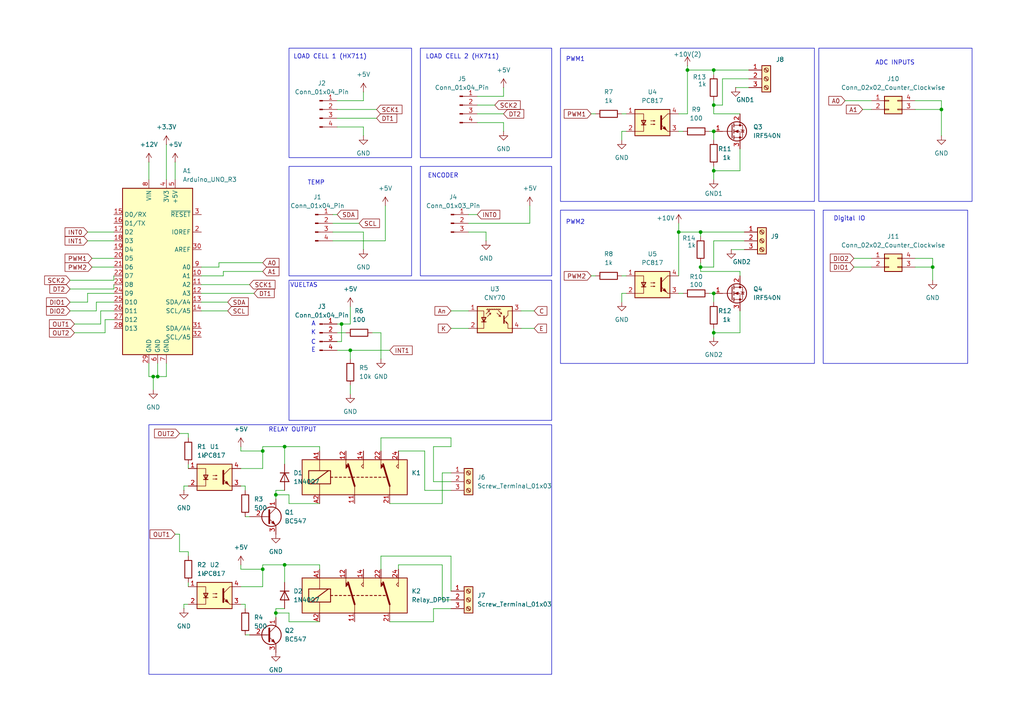
<source format=kicad_sch>
(kicad_sch (version 20231120) (generator "eeschema") (generator_version "8.0")
  (paper "A4")
  (lib_symbols
    (symbol "Connector:Conn_01x03_Pin" (pin_names (offset 1.016) hide)
      (property "Reference" "J" (at 0 5.08 0))
      (property "Value" "Conn_01x03_Pin" (at 0 -5.08 0))
      (symbol "Conn_01x03_Pin_1_1"
        (pin passive line (at 5.08 2.54 180) (length 3.81) (name "Pin_1") (number "1"))
        (pin passive line (at 5.08 0 180) (length 3.81) (name "Pin_2") (number "2"))
        (pin passive line (at 5.08 -2.54 180) (length 3.81) (name "Pin_3") (number "3"))
      )
    )
    (symbol "Connector:Conn_01x04_Pin" (pin_names (offset 1.016) hide)
      (property "Reference" "J" (at 0 5.08 0))
      (property "Value" "Conn_01x04_Pin" (at 0 -7.62 0))
      (symbol "Conn_01x04_Pin_1_1"
        (pin passive line (at 5.08 2.54 180) (length 3.81) (name "Pin_1") (number "1"))
        (pin passive line (at 5.08 0 180) (length 3.81) (name "Pin_2") (number "2"))
        (pin passive line (at 5.08 -2.54 180) (length 3.81) (name "Pin_3") (number "3"))
        (pin passive line (at 5.08 -5.08 180) (length 3.81) (name "Pin_4") (number "4"))
      )
    )
    (symbol "Connector:Screw_Terminal_01x03" (pin_names (offset 1.016) hide)
      (property "Reference" "J" (at 0 5.08 0))
      (property "Value" "Screw_Terminal_01x03" (at 0 -5.08 0))
      (symbol "Screw_Terminal_01x03_1_1"
        (pin passive line (at -5.08 2.54 0) (length 3.81) (name "Pin_1") (number "1"))
        (pin passive line (at -5.08 0 0) (length 3.81) (name "Pin_2") (number "2"))
        (pin passive line (at -5.08 -2.54 0) (length 3.81) (name "Pin_3") (number "3"))
      )
    )
    (symbol "Connector_Generic:Conn_02x02_Counter_Clockwise" (pin_names (offset 1.016) hide)
      (property "Reference" "J" (at 1.27 2.54 0))
      (property "Value" "Conn_02x02_Counter_Clockwise" (at 1.27 -5.08 0))
      (symbol "Conn_02x02_Counter_Clockwise_1_1"
        (pin passive line (at -5.08 0 0) (length 3.81) (name "Pin_1") (number "1"))
        (pin passive line (at -5.08 -2.54 0) (length 3.81) (name "Pin_2") (number "2"))
        (pin passive line (at 7.62 -2.54 180) (length 3.81) (name "Pin_3") (number "3"))
        (pin passive line (at 7.62 0 180) (length 3.81) (name "Pin_4") (number "4"))
      )
    )
    (symbol "Device:R" (pin_numbers hide) (pin_names (offset 0))
      (property "Reference" "R" (at 2.032 0 90))
      (property "Value" "R" (at 0 0 90))
      (symbol "R_1_1"
        (pin passive line (at 0 3.81 270) (length 1.27) (name "~") (number "1"))
        (pin passive line (at 0 -3.81 90) (length 1.27) (name "~") (number "2"))
      )
    )
    (symbol "Diode:1N4007" (pin_numbers hide) (pin_names hide)
      (property "Reference" "D" (at 0 2.54 0))
      (property "Value" "1N4007" (at 0 -2.54 0))
      (symbol "1N4007_1_1"
        (pin passive line (at -3.81 0 0) (length 2.54) (name "K") (number "1"))
        (pin passive line (at 3.81 0 180) (length 2.54) (name "A") (number "2"))
      )
    )
    (symbol "Isolator:PC817" (pin_names (offset 1.016))
      (property "Reference" "U" (at -5.08 5.08 0))
      (property "Value" "PC817" (at 0 5.08 0))
      (symbol "PC817_1_1"
        (pin passive line (at -7.62 2.54 0) (length 2.54) (name "~") (number "1"))
        (pin passive line (at -7.62 -2.54 0) (length 2.54) (name "~") (number "2"))
        (pin passive line (at 7.62 -2.54 180) (length 2.54) (name "~") (number "3"))
        (pin passive line (at 7.62 2.54 180) (length 2.54) (name "~") (number "4"))
      )
    )
    (symbol "MCU_Module:Arduino_UNO_R3"
      (property "Reference" "A" (at -10.16 23.495 0))
      (property "Value" "Arduino_UNO_R3" (at 5.08 -26.67 0))
      (symbol "Arduino_UNO_R3_1_1"
        (pin no_connect line (at -10.16 -20.32 0) (length 2.54) hide (name "NC") (number "1"))
        (pin bidirectional line (at 12.7 -2.54 180) (length 2.54) (name "A1") (number "10"))
        (pin bidirectional line (at 12.7 -5.08 180) (length 2.54) (name "A2") (number "11"))
        (pin bidirectional line (at 12.7 -7.62 180) (length 2.54) (name "A3") (number "12"))
        (pin bidirectional line (at 12.7 -10.16 180) (length 2.54) (name "SDA/A4") (number "13"))
        (pin bidirectional line (at 12.7 -12.7 180) (length 2.54) (name "SCL/A5") (number "14"))
        (pin bidirectional line (at -12.7 15.24 0) (length 2.54) (name "D0/RX") (number "15"))
        (pin bidirectional line (at -12.7 12.7 0) (length 2.54) (name "D1/TX") (number "16"))
        (pin bidirectional line (at -12.7 10.16 0) (length 2.54) (name "D2") (number "17"))
        (pin bidirectional line (at -12.7 7.62 0) (length 2.54) (name "D3") (number "18"))
        (pin bidirectional line (at -12.7 5.08 0) (length 2.54) (name "D4") (number "19"))
        (pin output line (at 12.7 10.16 180) (length 2.54) (name "IOREF") (number "2"))
        (pin bidirectional line (at -12.7 2.54 0) (length 2.54) (name "D5") (number "20"))
        (pin bidirectional line (at -12.7 0 0) (length 2.54) (name "D6") (number "21"))
        (pin bidirectional line (at -12.7 -2.54 0) (length 2.54) (name "D7") (number "22"))
        (pin bidirectional line (at -12.7 -5.08 0) (length 2.54) (name "D8") (number "23"))
        (pin bidirectional line (at -12.7 -7.62 0) (length 2.54) (name "D9") (number "24"))
        (pin bidirectional line (at -12.7 -10.16 0) (length 2.54) (name "D10") (number "25"))
        (pin bidirectional line (at -12.7 -12.7 0) (length 2.54) (name "D11") (number "26"))
        (pin bidirectional line (at -12.7 -15.24 0) (length 2.54) (name "D12") (number "27"))
        (pin bidirectional line (at -12.7 -17.78 0) (length 2.54) (name "D13") (number "28"))
        (pin power_in line (at -2.54 -27.94 90) (length 2.54) (name "GND") (number "29"))
        (pin input line (at 12.7 15.24 180) (length 2.54) (name "~{RESET}") (number "3"))
        (pin input line (at 12.7 5.08 180) (length 2.54) (name "AREF") (number "30"))
        (pin bidirectional line (at 12.7 -17.78 180) (length 2.54) (name "SDA/A4") (number "31"))
        (pin bidirectional line (at 12.7 -20.32 180) (length 2.54) (name "SCL/A5") (number "32"))
        (pin power_out line (at 2.54 25.4 270) (length 2.54) (name "3V3") (number "4"))
        (pin power_out line (at 5.08 25.4 270) (length 2.54) (name "+5V") (number "5"))
        (pin power_in line (at 0 -27.94 90) (length 2.54) (name "GND") (number "6"))
        (pin power_in line (at 2.54 -27.94 90) (length 2.54) (name "GND") (number "7"))
        (pin power_in line (at -2.54 25.4 270) (length 2.54) (name "VIN") (number "8"))
        (pin bidirectional line (at 12.7 0 180) (length 2.54) (name "A0") (number "9"))
      )
    )
    (symbol "Relay:Relay_DPDT"
      (property "Reference" "K" (at 16.51 3.81 0))
      (property "Value" "Relay_DPDT" (at 16.51 1.27 0))
      (symbol "Relay_DPDT_1_1"
        (pin passive line (at 0 -7.62 90) (length 2.54) (name "~") (number "11"))
        (pin passive line (at -2.54 7.62 270) (length 2.54) (name "~") (number "12"))
        (pin passive line (at 2.54 7.62 270) (length 2.54) (name "~") (number "14"))
        (pin passive line (at 10.16 -7.62 90) (length 2.54) (name "~") (number "21"))
        (pin passive line (at 7.62 7.62 270) (length 2.54) (name "~") (number "22"))
        (pin passive line (at 12.7 7.62 270) (length 2.54) (name "~") (number "24"))
        (pin passive line (at -10.16 7.62 270) (length 2.54) (name "~") (number "A1"))
        (pin passive line (at -10.16 -7.62 90) (length 2.54) (name "~") (number "A2"))
      )
    )
    (symbol "Sensor_Proximity:CNY70" (pin_names (offset 1.016) hide)
      (property "Reference" "U" (at -5.08 5.08 0))
      (property "Value" "CNY70" (at 5.08 5.08 0))
      (symbol "CNY70_1_1"
        (pin passive line (at -7.62 2.54 0) (length 2.54) (name "A") (number "1"))
        (pin passive line (at -7.62 -2.54 0) (length 2.54) (name "K") (number "2"))
        (pin open_collector line (at 7.62 2.54 180) (length 2.54) (name "C") (number "3"))
        (pin open_emitter line (at 7.62 -2.54 180) (length 2.54) (name "E") (number "4"))
      )
    )
    (symbol "Transistor_BJT:BC547" (pin_names (offset 0) hide)
      (property "Reference" "Q" (at 5.08 1.905 0))
      (property "Value" "BC547" (at 5.08 0 0))
      (symbol "BC547_1_1"
        (pin passive line (at 2.54 5.08 270) (length 2.54) (name "C") (number "1"))
        (pin input line (at -5.08 0 0) (length 5.08) (name "B") (number "2"))
        (pin passive line (at 2.54 -5.08 90) (length 2.54) (name "E") (number "3"))
      )
    )
    (symbol "Transistor_FET:IRF540N" (pin_names hide)
      (property "Reference" "Q" (at 5.08 1.905 0))
      (property "Value" "IRF540N" (at 5.08 0 0))
      (symbol "IRF540N_1_1"
        (pin input line (at -5.08 0 0) (length 2.54) (name "G") (number "1"))
        (pin passive line (at 2.54 5.08 270) (length 2.54) (name "D") (number "2"))
        (pin passive line (at 2.54 -5.08 90) (length 2.54) (name "S") (number "3"))
      )
    )
    (symbol "power:+10V" (power) (pin_numbers hide) (pin_names (offset 0) hide)
      (property "Value" "+10V" (at 0 3.556 0))
      (symbol "+10V_1_1"
        (pin power_in line (at 0 0 90) (length 0) (name "~") (number "1"))
      )
    )
    (symbol "power:+12V" (power) (pin_numbers hide) (pin_names (offset 0) hide)
      (property "Value" "+12V" (at 0 3.556 0))
      (symbol "+12V_1_1"
        (pin power_in line (at 0 0 90) (length 0) (name "~") (number "1"))
      )
    )
    (symbol "power:+3.3V" (power) (pin_numbers hide) (pin_names (offset 0) hide)
      (property "Value" "+3.3V" (at 0 3.556 0))
      (symbol "+3.3V_1_1"
        (pin power_in line (at 0 0 90) (length 0) (name "~") (number "1"))
      )
    )
    (symbol "power:+5V" (power) (pin_numbers hide) (pin_names (offset 0) hide)
      (property "Value" "+5V" (at 0 3.556 0))
      (symbol "+5V_1_1"
        (pin power_in line (at 0 0 90) (length 0) (name "~") (number "1"))
      )
    )
    (symbol "power:GND" (power) (pin_numbers hide) (pin_names (offset 0) hide)
      (property "Value" "GND" (at 0 -3.81 0))
      (symbol "GND_1_1"
        (pin power_in line (at 0 0 270) (length 0) (name "~") (number "1"))
      )
    )
    (symbol "power:GND1" (power) (pin_numbers hide) (pin_names (offset 0) hide)
      (property "Value" "GND1" (at 0 -3.81 0))
      (symbol "GND1_1_1"
        (pin power_in line (at 0 0 270) (length 0) (name "~") (number "1"))
      )
    )
    (symbol "power:GND2" (power) (pin_numbers hide) (pin_names (offset 0) hide)
      (property "Value" "GND2" (at 0 -3.81 0))
      (symbol "GND2_1_1"
        (pin power_in line (at 0 0 270) (length 0) (name "~") (number "1"))
      )
    )
  )
  (junction (at 207.01 30.48))
  (junction (at 80.01 143.51))
  (junction (at 45.72 109.22))
  (junction (at 207.01 38.1))
  (junction (at 199.39 20.32))
  (junction (at 207.01 20.32))
  (junction (at 82.55 129.54))
  (junction (at 207.01 96.52))
  (junction (at 82.55 163.83))
  (junction (at 76.2 165.1))
  (junction (at 203.2 67.31))
  (junction (at 76.2 130.81))
  (junction (at 44.45 109.22))
  (junction (at 207.01 85.09))
  (junction (at 80.01 177.8))
  (junction (at 203.2 77.47))
  (junction (at 101.6 101.6))
  (junction (at 273.05 31.75))
  (junction (at 196.85 67.31))
  (junction (at 270.51 77.47))
  (junction (at 99.06 93.98))
  (junction (at 207.01 49.53))
  (wire (pts (xy 209.55 30.48) (xy 207.01 30.48)))
  (wire (pts (xy 33.02 81.28) (xy 33.02 80.01)))
  (wire (pts (xy 97.79 99.06) (xy 99.06 99.06)))
  (wire (pts (xy 265.43 77.47) (xy 270.51 77.47)))
  (wire (pts (xy 45.72 109.22) (xy 48.26 109.22)))
  (wire (pts (xy 205.74 38.1) (xy 207.01 38.1)))
  (wire (pts (xy 130.81 127) (xy 130.81 129.54)))
  (wire (pts (xy 80.01 143.51) (xy 80.01 142.24)))
  (wire (pts (xy 29.21 90.17) (xy 33.02 90.17)))
  (wire (pts (xy 265.43 31.75) (xy 273.05 31.75)))
  (wire (pts (xy 76.2 130.81) (xy 76.2 129.54)))
  (wire (pts (xy 214.63 78.74) (xy 214.63 80.01)))
  (wire (pts (xy 180.34 80.01) (xy 181.61 80.01)))
  (wire (pts (xy 20.32 81.28) (xy 33.02 81.28)))
  (wire (pts (xy 54.61 168.91) (xy 54.61 170.18)))
  (wire (pts (xy 58.42 82.55) (xy 72.39 82.55)))
  (wire (pts (xy 207.01 85.09) (xy 207.01 87.63)))
  (wire (pts (xy 130.81 90.17) (xy 135.89 90.17)))
  (wire (pts (xy 50.8 154.94) (xy 52.07 154.94)))
  (wire (pts (xy 54.61 125.73) (xy 54.61 127)))
  (wire (pts (xy 69.85 165.1) (xy 76.2 165.1)))
  (wire (pts (xy 265.43 29.21) (xy 273.05 29.21)))
  (wire (pts (xy 151.13 90.17) (xy 154.94 90.17)))
  (wire (pts (xy 97.79 34.29) (xy 109.22 34.29)))
  (wire (pts (xy 83.82 180.34) (xy 83.82 177.8)))
  (wire (pts (xy 130.81 95.25) (xy 135.89 95.25)))
  (wire (pts (xy 171.45 80.01) (xy 172.72 80.01)))
  (wire (pts (xy 83.82 146.05) (xy 83.82 143.51)))
  (wire (pts (xy 138.43 30.48) (xy 143.51 30.48)))
  (wire (pts (xy 97.79 31.75) (xy 109.22 31.75)))
  (wire (pts (xy 215.9 69.85) (xy 207.01 69.85)))
  (wire (pts (xy 69.85 135.89) (xy 76.2 135.89)))
  (wire (pts (xy 123.19 130.81) (xy 123.19 142.24)))
  (wire (pts (xy 214.63 96.52) (xy 207.01 96.52)))
  (wire (pts (xy 105.41 36.83) (xy 105.41 39.37)))
  (wire (pts (xy 50.8 46.99) (xy 50.8 52.07)))
  (wire (pts (xy 207.01 20.32) (xy 207.01 21.59)))
  (wire (pts (xy 199.39 19.05) (xy 199.39 20.32)))
  (wire (pts (xy 217.17 22.86) (xy 209.55 22.86)))
  (wire (pts (xy 92.71 129.54) (xy 92.71 130.81)))
  (wire (pts (xy 138.43 27.94) (xy 146.05 27.94)))
  (wire (pts (xy 203.2 68.58) (xy 203.2 67.31)))
  (wire (pts (xy 273.05 31.75) (xy 273.05 39.37)))
  (wire (pts (xy 97.79 96.52) (xy 100.33 96.52)))
  (wire (pts (xy 96.52 67.31) (xy 105.41 67.31)))
  (wire (pts (xy 76.2 135.89) (xy 76.2 130.81)))
  (wire (pts (xy 71.12 140.97) (xy 69.85 140.97)))
  (wire (pts (xy 110.49 127) (xy 130.81 127)))
  (wire (pts (xy 97.79 101.6) (xy 101.6 101.6)))
  (wire (pts (xy 128.27 173.99) (xy 130.81 173.99)))
  (wire (pts (xy 135.89 67.31) (xy 140.97 67.31)))
  (wire (pts (xy 58.42 90.17) (xy 66.04 90.17)))
  (wire (pts (xy 26.67 74.93) (xy 33.02 74.93)))
  (wire (pts (xy 250.19 31.75) (xy 252.73 31.75)))
  (wire (pts (xy 247.65 74.93) (xy 252.73 74.93)))
  (wire (pts (xy 135.89 64.77) (xy 153.67 64.77)))
  (wire (pts (xy 105.41 67.31) (xy 105.41 72.39)))
  (wire (pts (xy 130.81 161.29) (xy 130.81 171.45)))
  (wire (pts (xy 25.4 85.09) (xy 33.02 85.09)))
  (wire (pts (xy 26.67 77.47) (xy 33.02 77.47)))
  (wire (pts (xy 25.4 87.63) (xy 25.4 85.09)))
  (wire (pts (xy 207.01 38.1) (xy 207.01 40.64)))
  (wire (pts (xy 96.52 64.77) (xy 104.14 64.77)))
  (wire (pts (xy 214.63 90.17) (xy 214.63 96.52)))
  (wire (pts (xy 203.2 67.31) (xy 215.9 67.31)))
  (wire (pts (xy 217.17 25.4) (xy 213.36 25.4)))
  (wire (pts (xy 115.57 163.83) (xy 128.27 163.83)))
  (wire (pts (xy 101.6 93.98) (xy 101.6 88.9)))
  (wire (pts (xy 207.01 48.26) (xy 207.01 49.53)))
  (wire (pts (xy 30.48 96.52) (xy 30.48 92.71)))
  (wire (pts (xy 53.34 140.97) (xy 53.34 142.24)))
  (wire (pts (xy 180.34 38.1) (xy 180.34 40.64)))
  (wire (pts (xy 54.61 175.26) (xy 53.34 175.26)))
  (wire (pts (xy 80.01 177.8) (xy 80.01 176.53)))
  (wire (pts (xy 110.49 161.29) (xy 130.81 161.29)))
  (wire (pts (xy 128.27 137.16) (xy 130.81 137.16)))
  (wire (pts (xy 52.07 125.73) (xy 54.61 125.73)))
  (wire (pts (xy 151.13 95.25) (xy 154.94 95.25)))
  (wire (pts (xy 54.61 134.62) (xy 54.61 135.89)))
  (wire (pts (xy 207.01 20.32) (xy 217.17 20.32)))
  (wire (pts (xy 83.82 143.51) (xy 80.01 143.51)))
  (wire (pts (xy 113.03 146.05) (xy 128.27 146.05)))
  (wire (pts (xy 135.89 62.23) (xy 138.43 62.23)))
  (wire (pts (xy 205.74 85.09) (xy 207.01 85.09)))
  (wire (pts (xy 140.97 67.31) (xy 140.97 69.85)))
  (wire (pts (xy 71.12 140.97) (xy 71.12 142.24)))
  (wire (pts (xy 101.6 111.76) (xy 101.6 114.3)))
  (wire (pts (xy 180.34 33.02) (xy 181.61 33.02)))
  (wire (pts (xy 146.05 35.56) (xy 146.05 38.1)))
  (wire (pts (xy 181.61 38.1) (xy 180.34 38.1)))
  (wire (pts (xy 110.49 130.81) (xy 110.49 127)))
  (wire (pts (xy 45.72 105.41) (xy 45.72 109.22)))
  (wire (pts (xy 203.2 77.47) (xy 203.2 78.74)))
  (wire (pts (xy 125.73 176.53) (xy 125.73 180.34)))
  (wire (pts (xy 52.07 154.94) (xy 52.07 160.02)))
  (wire (pts (xy 153.67 64.77) (xy 153.67 59.69)))
  (wire (pts (xy 196.85 67.31) (xy 196.85 80.01)))
  (wire (pts (xy 111.76 69.85) (xy 111.76 59.69)))
  (wire (pts (xy 83.82 177.8) (xy 80.01 177.8)))
  (wire (pts (xy 82.55 129.54) (xy 82.55 134.62)))
  (wire (pts (xy 99.06 99.06) (xy 99.06 93.98)))
  (wire (pts (xy 180.34 85.09) (xy 180.34 87.63)))
  (wire (pts (xy 64.77 78.74) (xy 76.2 78.74)))
  (wire (pts (xy 199.39 20.32) (xy 207.01 20.32)))
  (wire (pts (xy 69.85 163.83) (xy 69.85 165.1)))
  (wire (pts (xy 43.18 46.99) (xy 43.18 52.07)))
  (wire (pts (xy 53.34 175.26) (xy 53.34 176.53)))
  (wire (pts (xy 110.49 96.52) (xy 107.95 96.52)))
  (wire (pts (xy 245.11 29.21) (xy 252.73 29.21)))
  (wire (pts (xy 203.2 77.47) (xy 203.2 76.2)))
  (wire (pts (xy 92.71 146.05) (xy 83.82 146.05)))
  (wire (pts (xy 80.01 144.78) (xy 80.01 143.51)))
  (wire (pts (xy 54.61 160.02) (xy 54.61 161.29)))
  (wire (pts (xy 99.06 93.98) (xy 101.6 93.98)))
  (wire (pts (xy 125.73 139.7) (xy 130.81 139.7)))
  (wire (pts (xy 76.2 170.18) (xy 76.2 165.1)))
  (wire (pts (xy 72.39 149.86) (xy 71.12 149.86)))
  (wire (pts (xy 96.52 69.85) (xy 111.76 69.85)))
  (wire (pts (xy 43.18 109.22) (xy 44.45 109.22)))
  (wire (pts (xy 21.59 96.52) (xy 30.48 96.52)))
  (wire (pts (xy 71.12 175.26) (xy 71.12 176.53)))
  (wire (pts (xy 76.2 165.1) (xy 76.2 163.83)))
  (wire (pts (xy 48.26 41.91) (xy 48.26 52.07)))
  (wire (pts (xy 128.27 163.83) (xy 128.27 173.99)))
  (wire (pts (xy 203.2 78.74) (xy 214.63 78.74)))
  (wire (pts (xy 265.43 74.93) (xy 270.51 74.93)))
  (wire (pts (xy 20.32 90.17) (xy 27.94 90.17)))
  (wire (pts (xy 196.85 64.77) (xy 196.85 67.31)))
  (wire (pts (xy 207.01 95.25) (xy 207.01 96.52)))
  (wire (pts (xy 69.85 130.81) (xy 76.2 130.81)))
  (wire (pts (xy 110.49 165.1) (xy 110.49 161.29)))
  (wire (pts (xy 92.71 180.34) (xy 83.82 180.34)))
  (wire (pts (xy 82.55 163.83) (xy 82.55 168.91)))
  (wire (pts (xy 76.2 129.54) (xy 82.55 129.54)))
  (wire (pts (xy 115.57 165.1) (xy 115.57 163.83)))
  (wire (pts (xy 130.81 129.54) (xy 125.73 129.54)))
  (wire (pts (xy 63.5 76.2) (xy 76.2 76.2)))
  (wire (pts (xy 96.52 62.23) (xy 97.79 62.23)))
  (wire (pts (xy 273.05 29.21) (xy 273.05 31.75)))
  (wire (pts (xy 58.42 77.47) (xy 63.5 77.47)))
  (wire (pts (xy 196.85 33.02) (xy 199.39 33.02)))
  (wire (pts (xy 29.21 93.98) (xy 29.21 90.17)))
  (wire (pts (xy 110.49 96.52) (xy 110.49 104.14)))
  (wire (pts (xy 69.85 170.18) (xy 76.2 170.18)))
  (wire (pts (xy 138.43 35.56) (xy 146.05 35.56)))
  (wire (pts (xy 171.45 33.02) (xy 172.72 33.02)))
  (wire (pts (xy 97.79 29.21) (xy 105.41 29.21)))
  (wire (pts (xy 207.01 30.48) (xy 207.01 29.21)))
  (wire (pts (xy 25.4 69.85) (xy 33.02 69.85)))
  (wire (pts (xy 113.03 180.34) (xy 125.73 180.34)))
  (wire (pts (xy 115.57 130.81) (xy 123.19 130.81)))
  (wire (pts (xy 54.61 140.97) (xy 53.34 140.97)))
  (wire (pts (xy 101.6 101.6) (xy 101.6 104.14)))
  (wire (pts (xy 82.55 163.83) (xy 92.71 163.83)))
  (wire (pts (xy 21.59 93.98) (xy 29.21 93.98)))
  (wire (pts (xy 44.45 109.22) (xy 44.45 113.03)))
  (wire (pts (xy 196.85 67.31) (xy 203.2 67.31)))
  (wire (pts (xy 58.42 80.01) (xy 64.77 80.01)))
  (wire (pts (xy 20.32 83.82) (xy 33.02 83.82)))
  (wire (pts (xy 27.94 90.17) (xy 27.94 87.63)))
  (wire (pts (xy 58.42 87.63) (xy 66.04 87.63)))
  (wire (pts (xy 146.05 27.94) (xy 146.05 25.4)))
  (wire (pts (xy 52.07 160.02) (xy 54.61 160.02)))
  (wire (pts (xy 247.65 77.47) (xy 252.73 77.47)))
  (wire (pts (xy 125.73 129.54) (xy 125.73 139.7)))
  (wire (pts (xy 105.41 29.21) (xy 105.41 26.67)))
  (wire (pts (xy 25.4 67.31) (xy 33.02 67.31)))
  (wire (pts (xy 27.94 87.63) (xy 33.02 87.63)))
  (wire (pts (xy 138.43 33.02) (xy 146.05 33.02)))
  (wire (pts (xy 196.85 38.1) (xy 198.12 38.1)))
  (wire (pts (xy 207.01 30.48) (xy 207.01 33.02)))
  (wire (pts (xy 207.01 49.53) (xy 207.01 52.07)))
  (wire (pts (xy 92.71 163.83) (xy 92.71 165.1)))
  (wire (pts (xy 181.61 85.09) (xy 180.34 85.09)))
  (wire (pts (xy 196.85 85.09) (xy 198.12 85.09)))
  (wire (pts (xy 215.9 72.39) (xy 212.09 72.39)))
  (wire (pts (xy 20.32 87.63) (xy 25.4 87.63)))
  (wire (pts (xy 199.39 20.32) (xy 199.39 33.02)))
  (wire (pts (xy 48.26 105.41) (xy 48.26 109.22)))
  (wire (pts (xy 128.27 146.05) (xy 128.27 137.16)))
  (wire (pts (xy 203.2 77.47) (xy 207.01 77.47)))
  (wire (pts (xy 270.51 74.93) (xy 270.51 77.47)))
  (wire (pts (xy 97.79 93.98) (xy 99.06 93.98)))
  (wire (pts (xy 123.19 142.24) (xy 130.81 142.24)))
  (wire (pts (xy 71.12 175.26) (xy 69.85 175.26)))
  (wire (pts (xy 101.6 101.6) (xy 113.03 101.6)))
  (wire (pts (xy 80.01 176.53) (xy 82.55 176.53)))
  (wire (pts (xy 58.42 85.09) (xy 73.66 85.09)))
  (wire (pts (xy 209.55 22.86) (xy 209.55 30.48)))
  (wire (pts (xy 214.63 43.18) (xy 214.63 49.53)))
  (wire (pts (xy 64.77 80.01) (xy 64.77 78.74)))
  (wire (pts (xy 270.51 77.47) (xy 270.51 81.28)))
  (wire (pts (xy 80.01 179.07) (xy 80.01 177.8)))
  (wire (pts (xy 80.01 142.24) (xy 82.55 142.24)))
  (wire (pts (xy 82.55 129.54) (xy 92.71 129.54)))
  (wire (pts (xy 207.01 96.52) (xy 207.01 97.79)))
  (wire (pts (xy 43.18 105.41) (xy 43.18 109.22)))
  (wire (pts (xy 69.85 129.54) (xy 69.85 130.81)))
  (wire (pts (xy 63.5 77.47) (xy 63.5 76.2)))
  (wire (pts (xy 207.01 69.85) (xy 207.01 77.47)))
  (wire (pts (xy 44.45 109.22) (xy 45.72 109.22)))
  (wire (pts (xy 207.01 33.02) (xy 214.63 33.02)))
  (wire (pts (xy 72.39 184.15) (xy 71.12 184.15)))
  (wire (pts (xy 97.79 36.83) (xy 105.41 36.83)))
  (wire (pts (xy 76.2 163.83) (xy 82.55 163.83)))
  (wire (pts (xy 125.73 176.53) (xy 130.81 176.53)))
  (wire (pts (xy 33.02 83.82) (xy 33.02 82.55)))
  (wire (pts (xy 214.63 49.53) (xy 207.01 49.53)))
  (wire (pts (xy 30.48 92.71) (xy 33.02 92.71)))
  (rectangle (start 83.82 81.28) (end 160.02 121.92))
  (rectangle (start 83.82 48.26) (end 119.38 80.01))
  (rectangle (start 162.56 13.97) (end 236.22 58.42))
  (rectangle (start 237.49 13.97) (end 281.94 58.42))
  (rectangle (start 162.56 60.96) (end 236.22 105.41))
  (rectangle (start 83.82 13.97) (end 119.38 45.72))
  (rectangle (start 121.92 13.97) (end 160.02 45.72))
  (rectangle (start 121.92 48.26) (end 160.02 80.01))
  (rectangle (start 238.76 60.96) (end 280.67 105.41))
  (rectangle (start 43.18 123.19) (end 160.02 195.58))
  (text "A" (at 90.932 93.98 0) (effects (font (size 1.27 1.27))))
  (text "C" (at 90.932 99.314 0) (effects (font (size 1.27 1.27))))
  (text "ADC INPUTS" (at 259.588 18.288 0) (effects (font (size 1.27 1.27))))
  (text "TEMP\n" (at 91.694 53.086 0) (effects (font (size 1.27 1.27))))
  (text "VUELTAS\n" (at 88.138 82.804 0) (effects (font (size 1.27 1.27))))
  (text "RELAY OUTPUT\n" (at 84.836 124.714 0) (effects (font (size 1.27 1.27))))
  (text "PWM2\n" (at 166.878 64.516 0) (effects (font (size 1.27 1.27))))
  (text "Digital IO" (at 246.38 63.5 0) (effects (font (size 1.27 1.27))))
  (text "K\n" (at 90.932 96.52 0) (effects (font (size 1.27 1.27))))
  (text "LOAD CELL 2 (HX711)\n" (at 134.112 16.51 0) (effects (font (size 1.27 1.27))))
  (text "E" (at 90.932 101.6 0) (effects (font (size 1.27 1.27))))
  (text "LOAD CELL 1 (HX711)\n" (at 95.758 16.51 0) (effects (font (size 1.27 1.27))))
  (text "PWM1" (at 166.878 17.272 0) (effects (font (size 1.27 1.27))))
  (text "ENCODER\n" (at 128.524 51.054 0) (effects (font (size 1.27 1.27))))
  (global_label "DT1" (shape input) (at 73.66 85.09 0) (property "Intersheetrefs" "${INTERSHEET_REFS}" (effects (hide yes))))
  (global_label "INT0" (shape input) (at 138.43 62.23 0) (property "Intersheetrefs" "${INTERSHEET_REFS}" (effects (hide yes))))
  (global_label "SDA" (shape input) (at 97.79 62.23 0) (property "Intersheetrefs" "${INTERSHEET_REFS}" (effects (hide yes))))
  (global_label "SCK1" (shape input) (at 72.39 82.55 0) (property "Intersheetrefs" "${INTERSHEET_REFS}" (effects (hide yes))))
  (global_label "PWM2" (shape input) (at 26.67 77.47 180) (property "Intersheetrefs" "${INTERSHEET_REFS}" (effects (hide yes))))
  (global_label "DIO2" (shape input) (at 20.32 90.17 180) (property "Intersheetrefs" "${INTERSHEET_REFS}" (effects (hide yes))))
  (global_label "SDA" (shape input) (at 66.04 87.63 0) (property "Intersheetrefs" "${INTERSHEET_REFS}" (effects (hide yes))))
  (global_label "E" (shape input) (at 154.94 95.25 0) (property "Intersheetrefs" "${INTERSHEET_REFS}" (effects (hide yes))))
  (global_label "A0" (shape input) (at 76.2 76.2 0) (property "Intersheetrefs" "${INTERSHEET_REFS}" (effects (hide yes))))
  (global_label "DT2" (shape input) (at 146.05 33.02 0) (property "Intersheetrefs" "${INTERSHEET_REFS}" (effects (hide yes))))
  (global_label "An" (shape input) (at 130.81 90.17 180) (property "Intersheetrefs" "${INTERSHEET_REFS}" (effects (hide yes))))
  (global_label "K" (shape input) (at 130.81 95.25 180) (property "Intersheetrefs" "${INTERSHEET_REFS}" (effects (hide yes))))
  (global_label "DT2" (shape input) (at 20.32 83.82 180) (property "Intersheetrefs" "${INTERSHEET_REFS}" (effects (hide yes))))
  (global_label "DIO2" (shape input) (at 247.65 74.93 180) (property "Intersheetrefs" "${INTERSHEET_REFS}" (effects (hide yes))))
  (global_label "DIO1" (shape input) (at 247.65 77.47 180) (property "Intersheetrefs" "${INTERSHEET_REFS}" (effects (hide yes))))
  (global_label "DIO1" (shape input) (at 20.32 87.63 180) (property "Intersheetrefs" "${INTERSHEET_REFS}" (effects (hide yes))))
  (global_label "SCL" (shape input) (at 104.14 64.77 0) (property "Intersheetrefs" "${INTERSHEET_REFS}" (effects (hide yes))))
  (global_label "PWM2" (shape input) (at 171.45 80.01 180) (property "Intersheetrefs" "${INTERSHEET_REFS}" (effects (hide yes))))
  (global_label "PWM1" (shape input) (at 171.45 33.02 180) (property "Intersheetrefs" "${INTERSHEET_REFS}" (effects (hide yes))))
  (global_label "SCK2" (shape input) (at 20.32 81.28 180) (property "Intersheetrefs" "${INTERSHEET_REFS}" (effects (hide yes))))
  (global_label "A1" (shape input) (at 250.19 31.75 180) (property "Intersheetrefs" "${INTERSHEET_REFS}" (effects (hide yes))))
  (global_label "INT0" (shape input) (at 25.4 67.31 180) (property "Intersheetrefs" "${INTERSHEET_REFS}" (effects (hide yes))))
  (global_label "DT1" (shape input) (at 109.22 34.29 0) (property "Intersheetrefs" "${INTERSHEET_REFS}" (effects (hide yes))))
  (global_label "INT1" (shape input) (at 113.03 101.6 0) (property "Intersheetrefs" "${INTERSHEET_REFS}" (effects (hide yes))))
  (global_label "OUT1" (shape input) (at 21.59 93.98 180) (property "Intersheetrefs" "${INTERSHEET_REFS}" (effects (hide yes))))
  (global_label "OUT2" (shape input) (at 52.07 125.73 180) (property "Intersheetrefs" "${INTERSHEET_REFS}" (effects (hide yes))))
  (global_label "OUT2" (shape input) (at 21.59 96.52 180) (property "Intersheetrefs" "${INTERSHEET_REFS}" (effects (hide yes))))
  (global_label "C" (shape input) (at 154.94 90.17 0) (property "Intersheetrefs" "${INTERSHEET_REFS}" (effects (hide yes))))
  (global_label "A1" (shape input) (at 76.2 78.74 0) (property "Intersheetrefs" "${INTERSHEET_REFS}" (effects (hide yes))))
  (global_label "PWM1" (shape input) (at 26.67 74.93 180) (property "Intersheetrefs" "${INTERSHEET_REFS}" (effects (hide yes))))
  (global_label "SCL" (shape input) (at 66.04 90.17 0) (property "Intersheetrefs" "${INTERSHEET_REFS}" (effects (hide yes))))
  (global_label "INT1" (shape input) (at 25.4 69.85 180) (property "Intersheetrefs" "${INTERSHEET_REFS}" (effects (hide yes))))
  (global_label "SCK1" (shape input) (at 109.22 31.75 0) (property "Intersheetrefs" "${INTERSHEET_REFS}" (effects (hide yes))))
  (global_label "A0" (shape input) (at 245.11 29.21 180) (property "Intersheetrefs" "${INTERSHEET_REFS}" (effects (hide yes))))
  (global_label "SCK2" (shape input) (at 143.51 30.48 0) (property "Intersheetrefs" "${INTERSHEET_REFS}" (effects (hide yes))))
  (global_label "OUT1" (shape input) (at 50.8 154.94 180) (property "Intersheetrefs" "${INTERSHEET_REFS}" (effects (hide yes))))
  (symbol (lib_id "power:GND") (at 53.34 176.53 0) (unit 1)
    (property "Reference" "#PWR06" (effects (hide yes)))
    (property "Value" "GND" (at 53.34 181.61 0))
    (property "Description" "Power symbol creates a global label with name \"GND\" , ground" (effects (hide yes)))
  )
  (symbol (lib_id "power:GND2") (at 207.01 97.79 0) (unit 1)
    (property "Reference" "#PWR027" (effects (hide yes)))
    (property "Value" "GND2" (at 207.01 102.87 0))
    (property "Description" "Power symbol creates a global label with name \"GND2\" , ground" (effects (hide yes)))
  )
  (symbol (lib_id "power:+5V") (at 101.6 88.9 0) (unit 1)
    (property "Reference" "#PWR011" (effects (hide yes)))
    (property "Value" "+5V" (at 101.6 83.82 0))
    (property "Description" "Power symbol creates a global label with name \"+5V\"" (effects (hide yes)))
  )
  (symbol (lib_id "power:GND") (at 44.45 113.03 0) (unit 1)
    (property "Reference" "#PWR02" (effects (hide yes)))
    (property "Value" "GND" (at 44.45 118.11 0))
    (property "Description" "Power symbol creates a global label with name \"GND\" , ground" (effects (hide yes)))
  )
  (symbol (lib_id "Device:R") (at 54.61 165.1 180) (unit 1)
    (property "Reference" "R2" (at 57.15 163.8299 0) (effects (justify right)))
    (property "Value" "1k" (at 57.15 166.3699 0) (effects (justify right)))
    (property "Footprint" "Resistor_THT:R_Axial_DIN0207_L6.3mm_D2.5mm_P7.62mm_Horizontal" (effects (hide yes)))
    (property "Description" "Resistor" (effects (hide yes)))
  )
  (symbol (lib_id "Connector:Conn_01x04_Pin") (at 92.71 96.52 0) (unit 1)
    (property "Reference" "J3" (at 93.345 88.9 0))
    (property "Value" "Conn_01x04_Pin" (at 93.345 91.44 0))
    (property "Footprint" "Connector_Molex:Molex_KK-254_AE-6410-04A_1x04_P2.54mm_Vertical" (effects (hide yes)))
    (property "Description" "Generic connector, single row, 01x04, script generated" (effects (hide yes)))
  )
  (symbol (lib_id "power:+5V") (at 111.76 59.69 0) (unit 1)
    (property "Reference" "#PWR017" (effects (hide yes)))
    (property "Value" "+5V" (at 111.76 54.61 0))
    (property "Description" "Power symbol creates a global label with name \"+5V\"" (effects (hide yes)))
  )
  (symbol (lib_id "power:+10V") (at 196.85 64.77 0) (unit 1)
    (property "Reference" "#PWR025" (effects (hide yes)))
    (property "Value" "+10V" (at 193.04 63.246 0))
    (property "Description" "Power symbol creates a global label with name \"+10V\"" (effects (hide yes)))
  )
  (symbol (lib_id "Device:R") (at 104.14 96.52 270) (unit 1)
    (property "Reference" "R6" (at 104.14 90.17 90))
    (property "Value" "100" (at 104.14 92.71 90))
    (property "Footprint" "Resistor_THT:R_Axial_DIN0207_L6.3mm_D2.5mm_P7.62mm_Horizontal" (effects (hide yes)))
    (property "Description" "Resistor" (effects (hide yes)))
  )
  (symbol (lib_id "Device:R") (at 203.2 72.39 180) (unit 1)
    (property "Reference" "R14" (at 197.866 69.088 0) (effects (justify right)))
    (property "Value" "1k" (at 199.39 71.12 0) (effects (justify right)))
    (property "Footprint" "Resistor_THT:R_Axial_DIN0207_L6.3mm_D2.5mm_P7.62mm_Horizontal" (effects (hide yes)))
    (property "Description" "Resistor" (effects (hide yes)))
  )
  (symbol (lib_id "Device:R") (at 71.12 180.34 180) (unit 1)
    (property "Reference" "R4" (at 73.66 179.0699 0) (effects (justify right)))
    (property "Value" "500" (at 73.66 181.6099 0) (effects (justify right)))
    (property "Footprint" "Resistor_THT:R_Axial_DIN0207_L6.3mm_D2.5mm_P7.62mm_Horizontal" (effects (hide yes)))
    (property "Description" "Resistor" (effects (hide yes)))
  )
  (symbol (lib_id "power:GND") (at 53.34 142.24 0) (unit 1)
    (property "Reference" "#PWR05" (effects (hide yes)))
    (property "Value" "GND" (at 53.34 147.32 0))
    (property "Description" "Power symbol creates a global label with name \"GND\" , ground" (effects (hide yes)))
  )
  (symbol (lib_id "Connector:Screw_Terminal_01x03") (at 135.89 139.7 0) (unit 1)
    (property "Reference" "J6" (at 138.43 138.4299 0) (effects (justify left)))
    (property "Value" "Screw_Terminal_01x03" (at 138.43 140.9699 0) (effects (justify left)))
    (property "Footprint" "TerminalBlock:TerminalBlock_Altech_AK300-3_P5.00mm" (effects (hide yes)))
    (property "Description" "Generic screw terminal, single row, 01x03, script generated (kicad-library-utils/schlib/autogen/connector/)" (effects (hide yes)))
  )
  (symbol (lib_id "Relay:Relay_DPDT") (at 102.87 172.72 0) (unit 1)
    (property "Reference" "K2" (at 119.38 171.4499 0) (effects (justify left)))
    (property "Value" "Relay_DPDT" (at 119.38 173.9899 0) (effects (justify left)))
    (property "Footprint" "Relay_THT:Relay_DPDT_Omron_G6A" (effects (hide yes)))
    (property "Description" "Relay DPDT, monostable, EN50005" (effects (hide yes)))
  )
  (symbol (lib_id "Isolator:PC817") (at 189.23 35.56 0) (unit 1)
    (property "Reference" "U4" (at 189.23 26.67 0))
    (property "Value" "PC817" (at 189.23 29.21 0))
    (property "Footprint" "Package_DIP:DIP-4_W7.62mm" (effects (hide yes)))
    (property "Datasheet" "http://www.soselectronic.cz/a_info/resource/d/pc817.pdf" (effects (hide yes)))
    (property "Description" "DC Optocoupler, Vce 35V, CTR 50-300%, DIP-4" (effects (hide yes)))
  )
  (symbol (lib_id "power:GND") (at 180.34 40.64 0) (unit 1)
    (property "Reference" "#PWR022" (effects (hide yes)))
    (property "Value" "GND" (at 180.34 45.72 0))
    (property "Description" "Power symbol creates a global label with name \"GND\" , ground" (effects (hide yes)))
  )
  (symbol (lib_id "Device:R") (at 54.61 130.81 180) (unit 1)
    (property "Reference" "R1" (at 57.15 129.5399 0) (effects (justify right)))
    (property "Value" "1k" (at 57.15 132.0799 0) (effects (justify right)))
    (property "Footprint" "Resistor_THT:R_Axial_DIN0207_L6.3mm_D2.5mm_P7.62mm_Horizontal" (effects (hide yes)))
    (property "Description" "Resistor" (effects (hide yes)))
  )
  (symbol (lib_id "Device:R") (at 207.01 25.4 180) (unit 1)
    (property "Reference" "R13" (at 200.914 22.352 0) (effects (justify right)))
    (property "Value" "1k" (at 202.438 24.384 0) (effects (justify right)))
    (property "Footprint" "Resistor_THT:R_Axial_DIN0207_L6.3mm_D2.5mm_P7.62mm_Horizontal" (effects (hide yes)))
    (property "Description" "Resistor" (effects (hide yes)))
  )
  (symbol (lib_id "MCU_Module:Arduino_UNO_R3") (at 45.72 77.47 0) (unit 1)
    (property "Reference" "A1" (at 52.9941 49.53 0) (effects (justify left)))
    (property "Value" "Arduino_UNO_R3" (at 52.9941 52.07 0) (effects (justify left)))
    (property "Footprint" "Module:Arduino_UNO_R3" (effects (hide yes)))
    (property "Datasheet" "https://www.arduino.cc/en/Main/arduinoBoardUno" (effects (hide yes)))
    (property "Description" "Arduino UNO Microcontroller Module, release 3" (effects (hide yes)))
  )
  (symbol (lib_id "power:GND2") (at 212.09 72.39 0) (unit 1)
    (property "Reference" "#PWR033" (effects (hide yes)))
    (property "Value" "GND2" (at 215.138 75.946 0))
    (property "Description" "Power symbol creates a global label with name \"GND2\" , ground" (effects (hide yes)))
  )
  (symbol (lib_id "power:GND") (at 80.01 154.94 0) (unit 1)
    (property "Reference" "#PWR09" (effects (hide yes)))
    (property "Value" "GND" (at 80.01 160.02 0))
    (property "Description" "Power symbol creates a global label with name \"GND\" , ground" (effects (hide yes)))
  )
  (symbol (lib_id "Transistor_BJT:BC547") (at 77.47 184.15 0) (unit 1)
    (property "Reference" "Q2" (at 82.55 182.8799 0) (effects (justify left)))
    (property "Value" "BC547" (at 82.55 185.4199 0) (effects (justify left)))
    (property "Footprint" "Package_TO_SOT_THT:TO-92_Inline" (effects (hide yes)))
    (property "Datasheet" "https://www.onsemi.com/pub/Collateral/BC550-D.pdf" (effects (hide yes)))
    (property "Description" "0.1A Ic, 45V Vce, Small Signal NPN Transistor, TO-92" (effects (hide yes)))
  )
  (symbol (lib_id "power:GND") (at 105.41 39.37 0) (unit 1)
    (property "Reference" "#PWR014" (effects (hide yes)))
    (property "Value" "GND" (at 105.41 44.45 0))
    (property "Description" "Power symbol creates a global label with name \"GND\" , ground" (effects (hide yes)))
  )
  (symbol (lib_id "Connector:Screw_Terminal_01x03") (at 220.98 69.85 0) (unit 1)
    (property "Reference" "J9" (at 223.52 68.5799 0) (effects (justify left)))
    (property "Value" "Screw_Terminal_01x03" (effects (hide yes)))
    (property "Footprint" "TerminalBlock:TerminalBlock_Altech_AK300-3_P5.00mm" (effects (hide yes)))
    (property "Description" "Generic screw terminal, single row, 01x03, script generated (kicad-library-utils/schlib/autogen/connector/)" (effects (hide yes)))
  )
  (symbol (lib_id "Device:R") (at 176.53 33.02 90) (unit 1)
    (property "Reference" "R7" (at 176.53 26.67 90))
    (property "Value" "1k" (at 176.53 29.21 90))
    (property "Footprint" "Resistor_THT:R_Axial_DIN0207_L6.3mm_D2.5mm_P7.62mm_Horizontal" (effects (hide yes)))
    (property "Description" "Resistor" (effects (hide yes)))
  )
  (symbol (lib_id "Device:R") (at 71.12 146.05 180) (unit 1)
    (property "Reference" "R3" (at 73.66 144.7799 0) (effects (justify right)))
    (property "Value" "500" (at 73.66 147.3199 0) (effects (justify right)))
    (property "Footprint" "Resistor_THT:R_Axial_DIN0207_L6.3mm_D2.5mm_P7.62mm_Horizontal" (effects (hide yes)))
    (property "Description" "Resistor" (effects (hide yes)))
  )
  (symbol (lib_id "Diode:1N4007") (at 82.55 172.72 270) (unit 1)
    (property "Reference" "D2" (at 85.09 171.4499 90) (effects (justify left)))
    (property "Value" "1N4007" (at 85.09 173.9899 90) (effects (justify left)))
    (property "Footprint" "Diode_THT:D_DO-41_SOD81_P10.16mm_Horizontal" (effects (hide yes)))
    (property "Datasheet" "http://www.vishay.com/docs/88503/1n4001.pdf" (effects (hide yes)))
    (property "Description" "1000V 1A General Purpose Rectifier Diode, DO-41" (effects (hide yes)))
    (property "Sim.Device" "D" (effects (hide yes)))
    (property "Sim.Pins" "1=K 2=A" (effects (hide yes)))
  )
  (symbol (lib_id "power:+3.3V") (at 48.26 41.91 0) (unit 1)
    (property "Reference" "#PWR03" (effects (hide yes)))
    (property "Value" "+3.3V" (at 48.26 36.83 0))
    (property "Description" "Power symbol creates a global label with name \"+3.3V\"" (effects (hide yes)))
  )
  (symbol (lib_id "power:+5V") (at 146.05 25.4 0) (unit 1)
    (property "Reference" "#PWR019" (effects (hide yes)))
    (property "Value" "+5V" (at 146.05 20.32 0))
    (property "Description" "Power symbol creates a global label with name \"+5V\"" (effects (hide yes)))
  )
  (symbol (lib_id "power:+5V") (at 50.8 46.99 0) (unit 1)
    (property "Reference" "#PWR04" (effects (hide yes)))
    (property "Value" "+5V" (at 50.8 41.91 0))
    (property "Description" "Power symbol creates a global label with name \"+5V\"" (effects (hide yes)))
  )
  (symbol (lib_id "power:GND1") (at 207.01 52.07 0) (unit 1)
    (property "Reference" "#PWR026" (effects (hide yes)))
    (property "Value" "GND1" (at 207.01 56.134 0))
    (property "Description" "Power symbol creates a global label with name \"GND1\" , ground" (effects (hide yes)))
  )
  (symbol (lib_id "Device:R") (at 207.01 44.45 180) (unit 1)
    (property "Reference" "R11" (at 208.28 43.1799 0) (effects (justify right)))
    (property "Value" "1k" (at 209.55 45.7199 0) (effects (justify right)))
    (property "Footprint" "Resistor_THT:R_Axial_DIN0207_L6.3mm_D2.5mm_P7.62mm_Horizontal" (effects (hide yes)))
    (property "Description" "Resistor" (effects (hide yes)))
  )
  (symbol (lib_id "Sensor_Proximity:CNY70") (at 143.51 92.71 0) (unit 1) (on_board no)
    (property "Reference" "U3" (at 143.51 83.82 0))
    (property "Value" "CNY70" (at 143.51 86.36 0))
    (property "Footprint" "OptoDevice:Vishay_CNY70" (effects (hide yes)))
    (property "Datasheet" "https://www.vishay.com/docs/83751/cny70.pdf" (effects (hide yes)))
    (property "Description" "Reflective Optical Sensor with Transistor Output" (effects (hide yes)))
  )
  (symbol (lib_id "Device:R") (at 207.01 91.44 180) (unit 1)
    (property "Reference" "R12" (at 208.28 90.1699 0) (effects (justify right)))
    (property "Value" "1k" (at 209.55 92.7099 0) (effects (justify right)))
    (property "Footprint" "Resistor_THT:R_Axial_DIN0207_L6.3mm_D2.5mm_P7.62mm_Horizontal" (effects (hide yes)))
    (property "Description" "Resistor" (effects (hide yes)))
  )
  (symbol (lib_id "power:+5V") (at 69.85 163.83 0) (unit 1)
    (property "Reference" "#PWR08" (effects (hide yes)))
    (property "Value" "+5V" (at 69.85 158.75 0))
    (property "Description" "Power symbol creates a global label with name \"+5V\"" (effects (hide yes)))
  )
  (symbol (lib_id "Isolator:PC817") (at 62.23 172.72 0) (unit 1)
    (property "Reference" "U2" (at 62.23 163.83 0))
    (property "Value" "PC817" (at 62.23 166.37 0))
    (property "Footprint" "Package_DIP:DIP-4_W7.62mm" (effects (hide yes)))
    (property "Datasheet" "http://www.soselectronic.cz/a_info/resource/d/pc817.pdf" (effects (hide yes)))
    (property "Description" "DC Optocoupler, Vce 35V, CTR 50-300%, DIP-4" (effects (hide yes)))
  )
  (symbol (lib_id "Connector:Screw_Terminal_01x03") (at 135.89 173.99 0) (unit 1)
    (property "Reference" "J7" (at 138.43 172.7199 0) (effects (justify left)))
    (property "Value" "Screw_Terminal_01x03" (at 138.43 175.2599 0) (effects (justify left)))
    (property "Footprint" "TerminalBlock:TerminalBlock_Altech_AK300-3_P5.00mm" (effects (hide yes)))
    (property "Description" "Generic screw terminal, single row, 01x03, script generated (kicad-library-utils/schlib/autogen/connector/)" (effects (hide yes)))
  )
  (symbol (lib_id "Connector:Screw_Terminal_01x03") (at 222.25 22.86 0) (unit 1)
    (property "Reference" "J8" (at 225.044 17.272 0) (effects (justify left)))
    (property "Value" "Screw_Terminal_01x03" (effects (hide yes)))
    (property "Footprint" "TerminalBlock:TerminalBlock_Altech_AK300-3_P5.00mm" (effects (hide yes)))
    (property "Description" "Generic screw terminal, single row, 01x03, script generated (kicad-library-utils/schlib/autogen/connector/)" (effects (hide yes)))
  )
  (symbol (lib_id "power:GND") (at 80.01 189.23 0) (unit 1)
    (property "Reference" "#PWR010" (effects (hide yes)))
    (property "Value" "GND" (at 80.01 194.31 0))
    (property "Description" "Power symbol creates a global label with name \"GND\" , ground" (effects (hide yes)))
  )
  (symbol (lib_id "Connector:Conn_01x04_Pin") (at 92.71 31.75 0) (unit 1)
    (property "Reference" "J2" (at 93.345 24.13 0))
    (property "Value" "Conn_01x04_Pin" (at 93.345 26.67 0))
    (property "Footprint" "Connector_PinHeader_2.54mm:PinHeader_1x04_P2.54mm_Vertical" (effects (hide yes)))
    (property "Description" "Generic connector, single row, 01x04, script generated" (effects (hide yes)))
  )
  (symbol (lib_id "power:+5V") (at 69.85 129.54 0) (unit 1)
    (property "Reference" "#PWR07" (effects (hide yes)))
    (property "Value" "+5V" (at 69.85 124.46 0))
    (property "Description" "Power symbol creates a global label with name \"+5V\"" (effects (hide yes)))
  )
  (symbol (lib_id "Transistor_BJT:BC547") (at 77.47 149.86 0) (unit 1)
    (property "Reference" "Q1" (at 82.55 148.5899 0) (effects (justify left)))
    (property "Value" "BC547" (at 82.55 151.1299 0) (effects (justify left)))
    (property "Footprint" "Package_TO_SOT_THT:TO-92_Inline" (effects (hide yes)))
    (property "Datasheet" "https://www.onsemi.com/pub/Collateral/BC550-D.pdf" (effects (hide yes)))
    (property "Description" "0.1A Ic, 45V Vce, Small Signal NPN Transistor, TO-92" (effects (hide yes)))
  )
  (symbol (lib_id "power:GND") (at 270.51 81.28 0) (unit 1)
    (property "Reference" "#PWR028" (effects (hide yes)))
    (property "Value" "GND" (at 270.51 86.36 0))
    (property "Description" "Power symbol creates a global label with name \"GND\" , ground" (effects (hide yes)))
  )
  (symbol (lib_id "power:GND") (at 180.34 87.63 0) (unit 1)
    (property "Reference" "#PWR023" (effects (hide yes)))
    (property "Value" "GND" (at 180.34 92.71 0))
    (property "Description" "Power symbol creates a global label with name \"GND\" , ground" (effects (hide yes)))
  )
  (symbol (lib_id "power:+5V") (at 153.67 59.69 0) (unit 1)
    (property "Reference" "#PWR021" (effects (hide yes)))
    (property "Value" "+5V" (at 153.67 54.61 0))
    (property "Description" "Power symbol creates a global label with name \"+5V\"" (effects (hide yes)))
  )
  (symbol (lib_id "Connector:Conn_01x03_Pin") (at 130.81 64.77 0) (unit 1)
    (property "Reference" "J4" (at 131.445 57.15 0))
    (property "Value" "Conn_01x03_Pin" (at 131.445 59.69 0))
    (property "Footprint" "Connector_Molex:Molex_KK-254_AE-6410-03A_1x03_P2.54mm_Vertical" (effects (hide yes)))
    (property "Description" "Generic connector, single row, 01x03, script generated" (effects (hide yes)))
  )
  (symbol (lib_id "power:GND") (at 110.49 104.14 0) (unit 1)
    (property "Reference" "#PWR016" (effects (hide yes)))
    (property "Value" "GND" (at 110.49 109.22 0))
    (property "Description" "Power symbol creates a global label with name \"GND\" , ground" (effects (hide yes)))
  )
  (symbol (lib_id "Connector:Conn_01x04_Pin") (at 91.44 64.77 0) (unit 1)
    (property "Reference" "J1" (at 92.075 57.15 0))
    (property "Value" "Conn_01x04_Pin" (at 92.075 59.69 0))
    (property "Footprint" "Connector_Molex:Molex_KK-254_AE-6410-04A_1x04_P2.54mm_Vertical" (effects (hide yes)))
    (property "Description" "Generic connector, single row, 01x04, script generated" (effects (hide yes)))
  )
  (symbol (lib_id "Device:R") (at 201.93 38.1 90) (unit 1)
    (property "Reference" "R9" (at 201.93 31.75 90))
    (property "Value" "100" (at 201.93 34.29 90))
    (property "Footprint" "Resistor_THT:R_Axial_DIN0207_L6.3mm_D2.5mm_P7.62mm_Horizontal" (effects (hide yes)))
    (property "Description" "Resistor" (effects (hide yes)))
  )
  (symbol (lib_id "Transistor_FET:IRF540N") (at 212.09 85.09 0) (unit 1)
    (property "Reference" "Q4" (at 218.44 83.8199 0) (effects (justify left)))
    (property "Value" "IRF540N" (at 218.44 86.3599 0) (effects (justify left)))
    (property "Footprint" "Package_TO_SOT_THT:TO-220-3_Vertical" (effects (hide yes)))
    (property "Datasheet" "http://www.irf.com/product-info/datasheets/data/irf540n.pdf" (effects (hide yes)))
    (property "Description" "33A Id, 100V Vds, HEXFET N-Channel MOSFET, TO-220" (effects (hide yes)))
  )
  (symbol (lib_id "Connector_Generic:Conn_02x02_Counter_Clockwise") (at 257.81 74.93 0) (unit 1)
    (property "Reference" "J11" (at 259.08 68.58 0))
    (property "Value" "Conn_02x02_Counter_Clockwise" (at 259.08 71.12 0))
    (property "Footprint" "Connector_PinHeader_2.54mm:PinHeader_2x02_P2.54mm_Vertical" (effects (hide yes)))
    (property "Description" "Generic connector, double row, 02x02, counter clockwise pin numbering scheme (similar to DIP package numbering), script generated (kicad-library-utils/schlib/autogen/connector/)" (effects (hide yes)))
  )
  (symbol (lib_id "Transistor_FET:IRF540N") (at 212.09 38.1 0) (unit 1)
    (property "Reference" "Q3" (at 218.44 36.8299 0) (effects (justify left)))
    (property "Value" "IRF540N" (at 218.44 39.3699 0) (effects (justify left)))
    (property "Footprint" "Package_TO_SOT_THT:TO-220-3_Vertical" (effects (hide yes)))
    (property "Datasheet" "http://www.irf.com/product-info/datasheets/data/irf540n.pdf" (effects (hide yes)))
    (property "Description" "33A Id, 100V Vds, HEXFET N-Channel MOSFET, TO-220" (effects (hide yes)))
  )
  (symbol (lib_id "Device:R") (at 101.6 107.95 0) (unit 1)
    (property "Reference" "R5" (at 104.14 106.6799 0) (effects (justify left)))
    (property "Value" "10k" (at 104.14 109.2199 0) (effects (justify left)))
    (property "Footprint" "Resistor_THT:R_Axial_DIN0207_L6.3mm_D2.5mm_P7.62mm_Horizontal" (effects (hide yes)))
    (property "Description" "Resistor" (effects (hide yes)))
  )
  (symbol (lib_id "Isolator:PC817") (at 62.23 138.43 0) (unit 1)
    (property "Reference" "U1" (at 62.23 129.54 0))
    (property "Value" "PC817" (at 62.23 132.08 0))
    (property "Footprint" "Package_DIP:DIP-4_W7.62mm" (effects (hide yes)))
    (property "Datasheet" "http://www.soselectronic.cz/a_info/resource/d/pc817.pdf" (effects (hide yes)))
    (property "Description" "DC Optocoupler, Vce 35V, CTR 50-300%, DIP-4" (effects (hide yes)))
  )
  (symbol (lib_id "power:GND") (at 273.05 39.37 0) (unit 1)
    (property "Reference" "#PWR029" (effects (hide yes)))
    (property "Value" "GND" (at 273.05 44.45 0))
    (property "Description" "Power symbol creates a global label with name \"GND\" , ground" (effects (hide yes)))
  )
  (symbol (lib_id "Device:R") (at 176.53 80.01 90) (unit 1)
    (property "Reference" "R8" (at 176.53 73.66 90))
    (property "Value" "1k" (at 176.53 76.2 90))
    (property "Footprint" "Resistor_THT:R_Axial_DIN0207_L6.3mm_D2.5mm_P7.62mm_Horizontal" (effects (hide yes)))
    (property "Description" "Resistor" (effects (hide yes)))
  )
  (symbol (lib_id "power:GND") (at 146.05 38.1 0) (unit 1)
    (property "Reference" "#PWR020" (effects (hide yes)))
    (property "Value" "GND" (at 146.05 43.18 0))
    (property "Description" "Power symbol creates a global label with name \"GND\" , ground" (effects (hide yes)))
  )
  (symbol (lib_id "power:GND") (at 105.41 72.39 0) (unit 1)
    (property "Reference" "#PWR015" (effects (hide yes)))
    (property "Value" "GND" (at 105.41 77.47 0))
    (property "Description" "Power symbol creates a global label with name \"GND\" , ground" (effects (hide yes)))
  )
  (symbol (lib_id "Isolator:PC817") (at 189.23 82.55 0) (unit 1)
    (property "Reference" "U5" (at 189.23 73.66 0))
    (property "Value" "PC817" (at 189.23 76.2 0))
    (property "Footprint" "Package_DIP:DIP-4_W7.62mm" (effects (hide yes)))
    (property "Datasheet" "http://www.soselectronic.cz/a_info/resource/d/pc817.pdf" (effects (hide yes)))
    (property "Description" "DC Optocoupler, Vce 35V, CTR 50-300%, DIP-4" (effects (hide yes)))
  )
  (symbol (lib_id "power:+10V") (at 199.39 19.05 0) (unit 1)
    (property "Reference" "#PWR024" (effects (hide yes)))
    (property "Value" "+10V(2)" (at 199.39 15.748 0))
    (property "Description" "Power symbol creates a global label with name \"+10V\"" (effects (hide yes)))
  )
  (symbol (lib_id "Diode:1N4007") (at 82.55 138.43 270) (unit 1)
    (property "Reference" "D1" (at 85.09 137.1599 90) (effects (justify left)))
    (property "Value" "1N4007" (at 85.09 139.6999 90) (effects (justify left)))
    (property "Footprint" "Diode_THT:D_DO-41_SOD81_P10.16mm_Horizontal" (effects (hide yes)))
    (property "Datasheet" "http://www.vishay.com/docs/88503/1n4001.pdf" (effects (hide yes)))
    (property "Description" "1000V 1A General Purpose Rectifier Diode, DO-41" (effects (hide yes)))
    (property "Sim.Device" "D" (effects (hide yes)))
    (property "Sim.Pins" "1=K 2=A" (effects (hide yes)))
  )
  (symbol (lib_id "Relay:Relay_DPDT") (at 102.87 138.43 0) (unit 1)
    (property "Reference" "K1" (at 119.38 137.1599 0) (effects (justify left)))
    (property "Value" "Relay_DPDT" (effects (hide yes)))
    (property "Footprint" "Relay_THT:Relay_DPDT_Omron_G6A" (effects (hide yes)))
    (property "Description" "Relay DPDT, monostable, EN50005" (effects (hide yes)))
  )
  (symbol (lib_id "power:GND") (at 140.97 69.85 0) (unit 1)
    (property "Reference" "#PWR018" (effects (hide yes)))
    (property "Value" "GND" (at 140.97 74.93 0))
    (property "Description" "Power symbol creates a global label with name \"GND\" , ground" (effects (hide yes)))
  )
  (symbol (lib_id "Connector:Conn_01x04_Pin") (at 133.35 30.48 0) (unit 1)
    (property "Reference" "J5" (at 133.985 22.86 0))
    (property "Value" "Conn_01x04_Pin" (at 133.985 25.4 0))
    (property "Footprint" "Connector_PinHeader_2.54mm:PinHeader_1x04_P2.54mm_Vertical" (effects (hide yes)))
    (property "Description" "Generic connector, single row, 01x04, script generated" (effects (hide yes)))
  )
  (symbol (lib_id "power:GND") (at 101.6 114.3 0) (unit 1)
    (property "Reference" "#PWR012" (effects (hide yes)))
    (property "Value" "GND" (at 101.6 119.38 0))
    (property "Description" "Power symbol creates a global label with name \"GND\" , ground" (effects (hide yes)))
  )
  (symbol (lib_id "Device:R") (at 201.93 85.09 90) (unit 1)
    (property "Reference" "R10" (at 201.93 80.264 90))
    (property "Value" "100" (at 201.93 82.55 90))
    (property "Footprint" "Resistor_THT:R_Axial_DIN0207_L6.3mm_D2.5mm_P7.62mm_Horizontal" (effects (hide yes)))
    (property "Description" "Resistor" (effects (hide yes)))
  )
  (symbol (lib_id "power:GND1") (at 213.36 25.4 0) (unit 1)
    (property "Reference" "#PWR032" (effects (hide yes)))
    (property "Value" "GND1" (at 216.154 28.956 0))
    (property "Description" "Power symbol creates a global label with name \"GND1\" , ground" (effects (hide yes)))
  )
  (symbol (lib_id "power:+5V") (at 105.41 26.67 0) (unit 1)
    (property "Reference" "#PWR013" (effects (hide yes)))
    (property "Value" "+5V" (at 105.41 21.59 0))
    (property "Description" "Power symbol creates a global label with name \"+5V\"" (effects (hide yes)))
  )
  (symbol (lib_id "Connector_Generic:Conn_02x02_Counter_Clockwise") (at 257.81 29.21 0) (unit 1)
    (property "Reference" "J10" (at 259.08 22.86 0))
    (property "Value" "Conn_02x02_Counter_Clockwise" (at 259.08 25.4 0))
    (property "Footprint" "Connector_PinHeader_2.54mm:PinHeader_2x02_P2.54mm_Vertical" (effects (hide yes)))
    (property "Description" "Generic connector, double row, 02x02, counter clockwise pin numbering scheme (similar to DIP package numbering), script generated (kicad-library-utils/schlib/autogen/connector/)" (effects (hide yes)))
  )
  (symbol (lib_id "power:+12V") (at 43.18 46.99 0) (unit 1)
    (property "Reference" "#PWR01" (effects (hide yes)))
    (property "Value" "+12V" (at 43.18 41.91 0))
    (property "Description" "Power symbol creates a global label with name \"+12V\"" (effects (hide yes)))
  )
)
</source>
